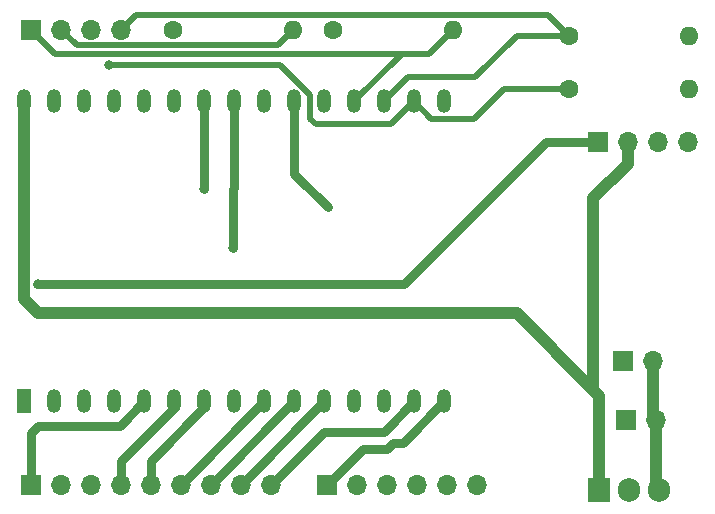
<source format=gbr>
%TF.GenerationSoftware,KiCad,Pcbnew,7.0.9*%
%TF.CreationDate,2024-01-04T21:37:17-05:00*%
%TF.ProjectId,PedalboardBrain,50656461-6c62-46f6-9172-64427261696e,rev?*%
%TF.SameCoordinates,Original*%
%TF.FileFunction,Copper,L1,Top*%
%TF.FilePolarity,Positive*%
%FSLAX46Y46*%
G04 Gerber Fmt 4.6, Leading zero omitted, Abs format (unit mm)*
G04 Created by KiCad (PCBNEW 7.0.9) date 2024-01-04 21:37:17*
%MOMM*%
%LPD*%
G01*
G04 APERTURE LIST*
%TA.AperFunction,ComponentPad*%
%ADD10R,1.200000X2.000000*%
%TD*%
%TA.AperFunction,ComponentPad*%
%ADD11O,1.200000X2.000000*%
%TD*%
%TA.AperFunction,ComponentPad*%
%ADD12R,1.700000X1.700000*%
%TD*%
%TA.AperFunction,ComponentPad*%
%ADD13O,1.700000X1.700000*%
%TD*%
%TA.AperFunction,ComponentPad*%
%ADD14C,1.600000*%
%TD*%
%TA.AperFunction,ComponentPad*%
%ADD15O,1.600000X1.600000*%
%TD*%
%TA.AperFunction,ComponentPad*%
%ADD16R,1.905000X2.000000*%
%TD*%
%TA.AperFunction,ComponentPad*%
%ADD17O,1.905000X2.000000*%
%TD*%
%TA.AperFunction,ViaPad*%
%ADD18C,0.800000*%
%TD*%
%TA.AperFunction,Conductor*%
%ADD19C,0.750000*%
%TD*%
%TA.AperFunction,Conductor*%
%ADD20C,1.000000*%
%TD*%
%TA.AperFunction,Conductor*%
%ADD21C,0.500000*%
%TD*%
G04 APERTURE END LIST*
D10*
%TO.P,U1,1,3V3*%
%TO.N,Net-(J6-Pin_1)*%
X92305000Y-60948120D03*
D11*
%TO.P,U1,2,CHIP_PU*%
%TO.N,unconnected-(U1-CHIP_PU-Pad2)*%
X127865000Y-35548120D03*
%TO.P,U1,3,SENSOR_VP/GPIO36/ADC1_CH0*%
%TO.N,/P36-in*%
X125325000Y-35548120D03*
%TO.P,U1,4,SENSOR_VN/GPIO39/ADC1_CH3*%
%TO.N,/P39-in*%
X122785000Y-35548120D03*
%TO.P,U1,5,VDET_1/GPIO34/ADC1_CH6*%
%TO.N,/P34-In*%
X120245000Y-35548120D03*
%TO.P,U1,6,VDET_2/GPIO35/ADC1_CH7*%
%TO.N,/P35-in*%
X117705000Y-35548120D03*
%TO.P,U1,7,32K_XP/GPIO32/ADC1_CH4*%
%TO.N,/P32*%
X115165000Y-35548120D03*
%TO.P,U1,8,32K_XN/GPIO33/ADC1_CH5*%
%TO.N,/P33*%
X112625000Y-35548120D03*
%TO.P,U1,9,DAC_1/ADC2_CH8/GPIO25*%
%TO.N,/P25*%
X110085000Y-35548120D03*
%TO.P,U1,10,DAC_2/ADC2_CH9/GPIO26*%
%TO.N,/P26*%
X107545000Y-35548120D03*
%TO.P,U1,11,ADC2_CH7/GPIO27*%
%TO.N,/P27*%
X105005000Y-35548120D03*
%TO.P,U1,12,MTMS/GPIO14/ADC2_CH6*%
%TO.N,/P14*%
X102465000Y-35548120D03*
%TO.P,U1,13,MTDI/GPIO12/ADC2_CH5*%
%TO.N,unconnected-(U1-MTDI{slash}GPIO12{slash}ADC2_CH5-Pad13)*%
X99925000Y-35548120D03*
%TO.P,U1,15,MTCK/GPIO13/ADC2_CH4*%
%TO.N,/P13*%
X97385000Y-35548120D03*
%TO.P,U1,16,SD_DATA2/GPIO9*%
%TO.N,unconnected-(U1-SD_DATA2{slash}GPIO9-Pad16)*%
X99925000Y-60948120D03*
%TO.P,U1,19,5V*%
%TO.N,/5V*%
X92305000Y-35548120D03*
%TO.P,U1,23,MTDO/GPIO15/ADC2_CH3*%
%TO.N,unconnected-(U1-MTDO{slash}GPIO15{slash}ADC2_CH3-Pad23)*%
X97385000Y-60948120D03*
%TO.P,U1,26,ADC2_CH0/GPIO4*%
%TO.N,/P4*%
X102465000Y-60948120D03*
%TO.P,U1,27,GPIO16*%
%TO.N,/P16*%
X105005000Y-60948120D03*
%TO.P,U1,28,GPIO17*%
%TO.N,/P17*%
X107545000Y-60948120D03*
%TO.P,U1,29,GPIO5*%
%TO.N,unconnected-(U1-GPIO5-Pad29)*%
X110085000Y-60948120D03*
%TO.P,U1,30,GPIO18*%
%TO.N,/P18*%
X112625000Y-60948120D03*
%TO.P,U1,31,GPIO19*%
%TO.N,/P19*%
X115165000Y-60948120D03*
%TO.P,U1,32,GND*%
%TO.N,/Gnd*%
X94845000Y-60948120D03*
%TO.P,U1,33,GPIO21*%
%TO.N,/P21*%
X117705000Y-60948120D03*
%TO.P,U1,34,U0RXD/GPIO3*%
%TO.N,unconnected-(U1-U0RXD{slash}GPIO3-Pad34)*%
X122785000Y-60948120D03*
%TO.P,U1,35,U0TXD/GPIO1*%
%TO.N,unconnected-(U1-U0TXD{slash}GPIO1-Pad35)*%
X120245000Y-60948120D03*
%TO.P,U1,36,GPIO22*%
%TO.N,/P22*%
X125325000Y-60948120D03*
%TO.P,U1,37,GPIO23*%
%TO.N,/P23*%
X127865000Y-60948120D03*
%TO.P,U1,38,GND*%
%TO.N,/Gnd*%
X94845000Y-35548120D03*
%TD*%
D12*
%TO.P,J1,1,Pin_1*%
%TO.N,/P4*%
X92880000Y-68000000D03*
D13*
%TO.P,J1,2,Pin_2*%
%TO.N,/P13*%
X95420000Y-68000000D03*
%TO.P,J1,3,Pin_3*%
%TO.N,/P14*%
X97960000Y-68000000D03*
%TO.P,J1,4,Pin_4*%
%TO.N,/P16*%
X100500000Y-68000000D03*
%TO.P,J1,5,Pin_5*%
%TO.N,/P17*%
X103040000Y-68000000D03*
%TO.P,J1,6,Pin_6*%
%TO.N,/P18*%
X105580000Y-68000000D03*
%TO.P,J1,7,Pin_7*%
%TO.N,/P19*%
X108120000Y-68000000D03*
%TO.P,J1,8,Pin_8*%
%TO.N,/P21*%
X110660000Y-68000000D03*
%TO.P,J1,9,Pin_9*%
%TO.N,/P22*%
X113200000Y-68000000D03*
%TD*%
D14*
%TO.P,R36,1*%
%TO.N,/P36-in*%
X138420000Y-34500000D03*
D15*
%TO.P,R36,2*%
%TO.N,/Gnd*%
X148580000Y-34500000D03*
%TD*%
D12*
%TO.P,J3,1,Pin_1*%
%TO.N,/Gnd*%
X143000000Y-57500000D03*
D13*
%TO.P,J3,2,Pin_2*%
%TO.N,Net-(J3-Pin_2)*%
X145540000Y-57500000D03*
%TD*%
D14*
%TO.P,R39,1*%
%TO.N,/P39-in*%
X138420000Y-30000000D03*
D15*
%TO.P,R39,2*%
%TO.N,/Gnd*%
X148580000Y-30000000D03*
%TD*%
D12*
%TO.P,J6,1,Pin_1*%
%TO.N,Net-(J6-Pin_1)*%
X140880000Y-39000000D03*
D13*
%TO.P,J6,2,Pin_2*%
%TO.N,/5V*%
X143420000Y-39000000D03*
%TO.P,J6,3,Pin_3*%
%TO.N,/Gnd*%
X145960000Y-39000000D03*
%TO.P,J6,4,Pin_4*%
X148500000Y-39000000D03*
%TD*%
D14*
%TO.P,R35,1*%
%TO.N,/Gnd*%
X104920000Y-29500000D03*
D15*
%TO.P,R35,2*%
%TO.N,/P35-in*%
X115080000Y-29500000D03*
%TD*%
D14*
%TO.P,R34,1*%
%TO.N,/Gnd*%
X118420000Y-29500000D03*
D15*
%TO.P,R34,2*%
%TO.N,/P34-In*%
X128580000Y-29500000D03*
%TD*%
D16*
%TO.P,U2,1,VO*%
%TO.N,/5V*%
X140960000Y-68445000D03*
D17*
%TO.P,U2,2,GND*%
%TO.N,/Gnd*%
X143500000Y-68445000D03*
%TO.P,U2,3,VI*%
%TO.N,Net-(J3-Pin_2)*%
X146040000Y-68445000D03*
%TD*%
D12*
%TO.P,J2,1,Pin_1*%
%TO.N,/P23*%
X117960000Y-68000000D03*
D13*
%TO.P,J2,2,Pin_2*%
%TO.N,/P25*%
X120500000Y-68000000D03*
%TO.P,J2,3,Pin_3*%
%TO.N,/P26*%
X123040000Y-68000000D03*
%TO.P,J2,4,Pin_4*%
%TO.N,/P27*%
X125580000Y-68000000D03*
%TO.P,J2,5,Pin_5*%
%TO.N,/P32*%
X128120000Y-68000000D03*
%TO.P,J2,6,Pin_6*%
%TO.N,/P33*%
X130660000Y-68000000D03*
%TD*%
D12*
%TO.P,J5,1,Pin_1*%
%TO.N,/Gnd*%
X143225000Y-62500000D03*
D13*
%TO.P,J5,2,Pin_2*%
%TO.N,Net-(J3-Pin_2)*%
X145765000Y-62500000D03*
%TD*%
D12*
%TO.P,J4,1,Pin_1*%
%TO.N,/P34-In*%
X92920000Y-29500000D03*
D13*
%TO.P,J4,2,Pin_2*%
%TO.N,/P35-in*%
X95460000Y-29500000D03*
%TO.P,J4,3,Pin_3*%
%TO.N,/P36-in*%
X98000000Y-29500000D03*
%TO.P,J4,4,Pin_4*%
%TO.N,/P39-in*%
X100540000Y-29500000D03*
%TD*%
D18*
%TO.N,Net-(J6-Pin_1)*%
X93500000Y-51000000D03*
%TO.N,/P25*%
X110000000Y-48000000D03*
%TO.N,/P26*%
X107500000Y-43000000D03*
%TO.N,/P32*%
X118000000Y-44500000D03*
%TO.N,/P36-in*%
X99500000Y-32500000D03*
%TD*%
D19*
%TO.N,Net-(J6-Pin_1)*%
X93500000Y-51000000D02*
X93380000Y-51000000D01*
X94500000Y-51000000D02*
X93500000Y-51000000D01*
%TO.N,/P4*%
X93500000Y-63000000D02*
X92880000Y-63620000D01*
X100413120Y-63000000D02*
X93500000Y-63000000D01*
X102465000Y-60948120D02*
X100413120Y-63000000D01*
X92880000Y-63620000D02*
X92880000Y-68000000D01*
%TO.N,/P16*%
X100500000Y-66000000D02*
X100500000Y-68000000D01*
X105005000Y-60948120D02*
X105005000Y-61495000D01*
X105005000Y-61495000D02*
X100500000Y-66000000D01*
%TO.N,/P17*%
X103040000Y-65960000D02*
X103040000Y-68000000D01*
X107545000Y-60948120D02*
X107545000Y-61455000D01*
X107545000Y-61455000D02*
X103040000Y-65960000D01*
%TO.N,/P18*%
X112625000Y-60948120D02*
X112625000Y-60955000D01*
X112625000Y-60955000D02*
X105580000Y-68000000D01*
%TO.N,/P19*%
X115165000Y-60948120D02*
X115165000Y-60955000D01*
X115165000Y-60955000D02*
X108120000Y-68000000D01*
%TO.N,/P21*%
X117705000Y-60955000D02*
X110660000Y-68000000D01*
X117705000Y-60948120D02*
X117705000Y-60955000D01*
%TO.N,/P22*%
X122773120Y-63500000D02*
X117700000Y-63500000D01*
X117700000Y-63500000D02*
X113200000Y-68000000D01*
X125325000Y-60948120D02*
X122773120Y-63500000D01*
%TO.N,/P23*%
X124363120Y-64450000D02*
X123550000Y-64450000D01*
X123000000Y-65000000D02*
X120960000Y-65000000D01*
X120960000Y-65000000D02*
X117960000Y-68000000D01*
X123550000Y-64450000D02*
X123000000Y-65000000D01*
X127865000Y-60948120D02*
X124363120Y-64450000D01*
%TO.N,/P25*%
X110000000Y-43000000D02*
X110000000Y-48000000D01*
X110085000Y-42915000D02*
X110000000Y-43000000D01*
X110085000Y-35548120D02*
X110085000Y-42915000D01*
%TO.N,/P26*%
X107545000Y-35548120D02*
X107545000Y-42955000D01*
X107545000Y-42955000D02*
X107500000Y-43000000D01*
%TO.N,/P32*%
X115165000Y-35548120D02*
X115165000Y-41665000D01*
X115165000Y-41665000D02*
X118000000Y-44500000D01*
D20*
%TO.N,Net-(J3-Pin_2)*%
X145540000Y-57500000D02*
X145540000Y-62275000D01*
X145765000Y-68170000D02*
X146040000Y-68445000D01*
X145540000Y-62275000D02*
X145765000Y-62500000D01*
X145765000Y-62500000D02*
X145765000Y-68170000D01*
D21*
%TO.N,/P34-In*%
X120245000Y-35548120D02*
X124293120Y-31500000D01*
X124293120Y-31500000D02*
X126580000Y-31500000D01*
X126580000Y-31500000D02*
X128580000Y-29500000D01*
X94920000Y-31500000D02*
X126580000Y-31500000D01*
X92920000Y-29500000D02*
X94920000Y-31500000D01*
%TO.N,/P35-in*%
X95460000Y-29500000D02*
X96760000Y-30800000D01*
X113780000Y-30800000D02*
X115080000Y-29500000D01*
X96760000Y-30800000D02*
X113780000Y-30800000D01*
%TO.N,/P36-in*%
X123373120Y-37500000D02*
X125325000Y-35548120D01*
X117000000Y-37500000D02*
X123373120Y-37500000D01*
X130421880Y-36998120D02*
X132920000Y-34500000D01*
X116500000Y-34998196D02*
X116500000Y-37000000D01*
X116500000Y-37000000D02*
X117000000Y-37500000D01*
X99500000Y-32500000D02*
X114001804Y-32500000D01*
X132920000Y-34500000D02*
X138420000Y-34500000D01*
X130421880Y-36998120D02*
X126775000Y-36998120D01*
X126775000Y-36998120D02*
X125325000Y-35548120D01*
X114001804Y-32500000D02*
X116500000Y-34998196D01*
%TO.N,/P39-in*%
X100540000Y-29500000D02*
X101790000Y-28250000D01*
X136670000Y-28250000D02*
X136500000Y-28250000D01*
X131170000Y-28250000D02*
X136500000Y-28250000D01*
X130500000Y-33500000D02*
X134000000Y-30000000D01*
X101790000Y-28250000D02*
X131170000Y-28250000D01*
X138420000Y-30000000D02*
X136670000Y-28250000D01*
X134000000Y-30000000D02*
X138420000Y-30000000D01*
X130500000Y-33500000D02*
X124833120Y-33500000D01*
X124833120Y-33500000D02*
X122785000Y-35548120D01*
D20*
%TO.N,/5V*%
X140500000Y-60000000D02*
X140960000Y-60460000D01*
X143420000Y-40830000D02*
X143420000Y-39000000D01*
X134000000Y-53500000D02*
X140500000Y-60000000D01*
X92305000Y-52305000D02*
X93500000Y-53500000D01*
X140960000Y-60460000D02*
X140960000Y-68445000D01*
X93500000Y-53500000D02*
X134000000Y-53500000D01*
X140500000Y-60000000D02*
X140500000Y-43750000D01*
X92305000Y-35548120D02*
X92305000Y-52305000D01*
X140500000Y-43750000D02*
X143420000Y-40830000D01*
D19*
%TO.N,Net-(J6-Pin_1)*%
X94500000Y-51000000D02*
X124500000Y-51000000D01*
X124500000Y-51000000D02*
X136500000Y-39000000D01*
X136500000Y-39000000D02*
X140880000Y-39000000D01*
%TD*%
M02*

</source>
